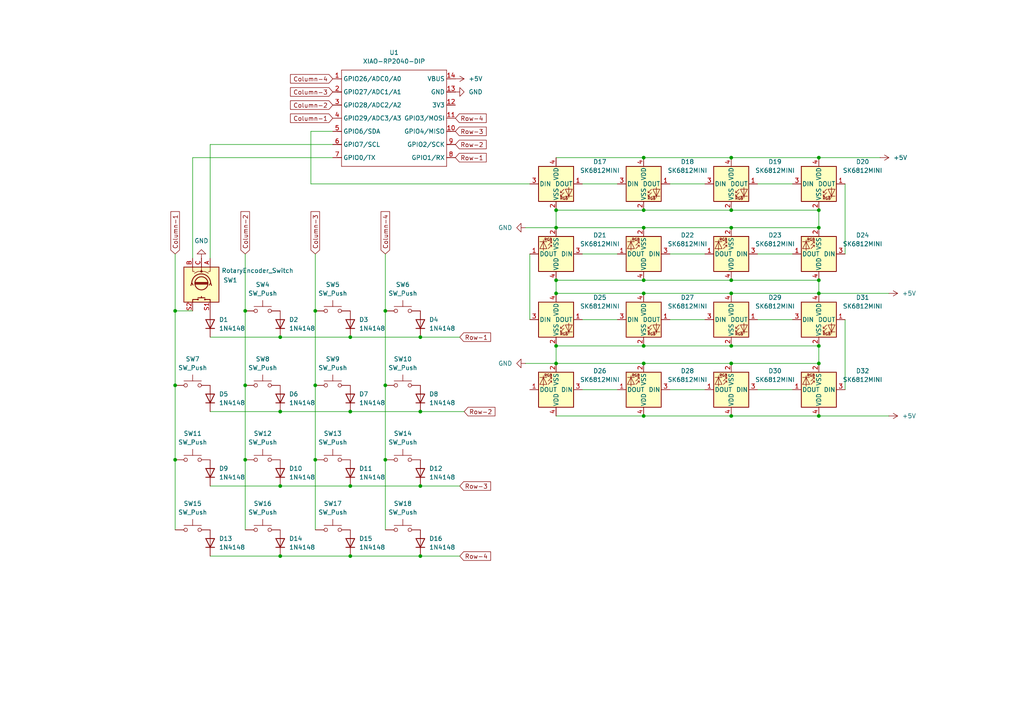
<source format=kicad_sch>
(kicad_sch (version 20250114) (generator "eeschema") (generator_version "9.0")
  (paper "A4")
  (lib_symbols
    (symbol "Device:RotaryEncoder_Switch" (pin_names (offset 0.254) (hide yes))
      (property "Reference" "SW" (at 0 6.604 0))
      (property "Value" "RotaryEncoder_Switch" (at 0 -6.604 0))
      (symbol "RotaryEncoder_Switch_0_1"
        (rectangle (start -5.08 5.08) (end 5.08 -5.08) (stroke (width 0.254)) (fill (type background)))
        (polyline (pts (xy -5.08 2.54) (xy -3.81 2.54) (xy -3.81 2.032)))
        (polyline (pts (xy -5.08 0) (xy -3.81 0) (xy -3.81 -1.016) (xy -3.302 -2.032)))
        (polyline (pts (xy -5.08 -2.54) (xy -3.81 -2.54) (xy -3.81 -2.032)))
        (polyline (pts (xy -4.318 0) (xy -3.81 0) (xy -3.81 1.016) (xy -3.302 2.032)))
        (circle (center -3.81 0) (radius 0.254) (fill (type outline)))
        (polyline (pts (xy -0.635 -1.778) (xy -0.635 1.778)) (stroke (width 0.254)))
        (circle (center -0.381 0) (radius 1.905) (stroke (width 0.254)))
        (polyline (pts (xy -0.381 -1.778) (xy -0.381 1.778)) (stroke (width 0.254)))
        (arc (start -0.381 -2.794) (mid -3.0988 -0.0635) (end -0.381 2.667) (stroke (width 0.254)))
        (polyline (pts (xy -0.127 1.778) (xy -0.127 -1.778)) (stroke (width 0.254)))
        (polyline (pts (xy 0.254 2.921) (xy -0.508 2.667) (xy 0.127 2.286)) (stroke (width 0.254)))
        (polyline (pts (xy 0.254 -3.048) (xy -0.508 -2.794) (xy 0.127 -2.413)) (stroke (width 0.254)))
        (polyline (pts (xy 3.81 1.016) (xy 3.81 -1.016)) (stroke (width 0.254)))
        (polyline (pts (xy 3.81 0) (xy 3.429 0)) (stroke (width 0.254)))
        (circle (center 4.318 1.016) (radius 0.127) (stroke (width 0.254)))
        (circle (center 4.318 -1.016) (radius 0.127) (stroke (width 0.254)))
        (polyline (pts (xy 5.08 2.54) (xy 4.318 2.54) (xy 4.318 1.016)) (stroke (width 0.254)))
        (polyline (pts (xy 5.08 -2.54) (xy 4.318 -2.54) (xy 4.318 -1.016)) (stroke (width 0.254)))
      )
      (symbol "RotaryEncoder_Switch_1_1"
        (pin passive line (at -7.62 2.54 0) (length 2.54) (name "A") (number "A"))
        (pin passive line (at -7.62 0 0) (length 2.54) (name "C") (number "C"))
        (pin passive line (at -7.62 -2.54 0) (length 2.54) (name "B") (number "B"))
        (pin passive line (at 7.62 2.54 180) (length 2.54) (name "S1") (number "S1"))
        (pin passive line (at 7.62 -2.54 180) (length 2.54) (name "S2") (number "S2"))
      )
    )
    (symbol "Diode:1N4148" (pin_numbers (hide yes)) (pin_names (hide yes))
      (property "Reference" "D" (at 0 2.54 0))
      (property "Value" "1N4148" (at 0 -2.54 0))
      (symbol "1N4148_0_1"
        (polyline (pts (xy -1.27 1.27) (xy -1.27 -1.27)) (stroke (width 0.254)))
        (polyline (pts (xy 1.27 1.27) (xy 1.27 -1.27) (xy -1.27 0) (xy 1.27 1.27)) (stroke (width 0.254)))
        (polyline (pts (xy 1.27 0) (xy -1.27 0)))
      )
      (symbol "1N4148_1_1"
        (pin passive line (at -3.81 0 0) (length 2.54) (name "K") (number "1"))
        (pin passive line (at 3.81 0 180) (length 2.54) (name "A") (number "2"))
      )
    )
    (symbol "LED:SK6812MINI" (pin_names (offset 0.254))
      (property "Reference" "D" (at 5.08 5.715 0))
      (property "Value" "SK6812MINI" (at 1.27 -5.715 0))
      (symbol "SK6812MINI_0_0"
        (text "RGB" (at 2.286 -4.191 0) (effects (font (size 0.762 0.762))))
      )
      (symbol "SK6812MINI_0_1"
        (polyline (pts (xy 1.27 -2.54) (xy 1.778 -2.54)))
        (polyline (pts (xy 1.27 -3.556) (xy 1.778 -3.556)))
        (polyline (pts (xy 2.286 -1.524) (xy 1.27 -2.54) (xy 1.27 -2.032)))
        (polyline (pts (xy 2.286 -2.54) (xy 1.27 -3.556) (xy 1.27 -3.048)))
        (polyline (pts (xy 3.683 -1.016) (xy 3.683 -3.556) (xy 3.683 -4.064)))
        (polyline (pts (xy 4.699 -1.524) (xy 2.667 -1.524) (xy 3.683 -3.556) (xy 4.699 -1.524)))
        (polyline (pts (xy 4.699 -3.556) (xy 2.667 -3.556)))
        (rectangle (start 5.08 5.08) (end -5.08 -5.08) (stroke (width 0.254)) (fill (type background)))
      )
      (symbol "SK6812MINI_1_1"
        (pin input line (at -7.62 0 0) (length 2.54) (name "DIN") (number "3"))
        (pin power_in line (at 0 7.62 270) (length 2.54) (name "VDD") (number "4"))
        (pin power_in line (at 0 -7.62 90) (length 2.54) (name "VSS") (number "2"))
        (pin output line (at 7.62 0 180) (length 2.54) (name "DOUT") (number "1"))
      )
    )
    (symbol "OPL:XIAO-RP2040-DIP"
      (property "Reference" "U" (at 0 0 0))
      (property "Value" "XIAO-RP2040-DIP" (at 5.334 -1.778 0))
      (symbol "XIAO-RP2040-DIP_1_0"
        (polyline (pts (xy -1.27 -2.54) (xy 29.21 -2.54)) (stroke (width 0.1524)))
        (polyline (pts (xy -1.27 -5.08) (xy -2.54 -5.08)) (stroke (width 0.1524)))
        (polyline (pts (xy -1.27 -5.08) (xy -1.27 -2.54)) (stroke (width 0.1524)))
        (polyline (pts (xy -1.27 -8.89) (xy -2.54 -8.89)) (stroke (width 0.1524)))
        (polyline (pts (xy -1.27 -8.89) (xy -1.27 -5.08)) (stroke (width 0.1524)))
        (polyline (pts (xy -1.27 -12.7) (xy -2.54 -12.7)) (stroke (width 0.1524)))
        (polyline (pts (xy -1.27 -12.7) (xy -1.27 -8.89)) (stroke (width 0.1524)))
        (polyline (pts (xy -1.27 -16.51) (xy -2.54 -16.51)) (stroke (width 0.1524)))
        (polyline (pts (xy -1.27 -16.51) (xy -1.27 -12.7)) (stroke (width 0.1524)))
        (polyline (pts (xy -1.27 -20.32) (xy -2.54 -20.32)) (stroke (width 0.1524)))
        (polyline (pts (xy -1.27 -24.13) (xy -2.54 -24.13)) (stroke (width 0.1524)))
        (polyline (pts (xy -1.27 -27.94) (xy -2.54 -27.94)) (stroke (width 0.1524)))
        (polyline (pts (xy -1.27 -30.48) (xy -1.27 -16.51)) (stroke (width 0.1524)))
        (polyline (pts (xy 29.21 -2.54) (xy 29.21 -5.08)) (stroke (width 0.1524)))
        (polyline (pts (xy 29.21 -5.08) (xy 29.21 -8.89)) (stroke (width 0.1524)))
        (polyline (pts (xy 29.21 -8.89) (xy 29.21 -12.7)) (stroke (width 0.1524)))
        (polyline (pts (xy 29.21 -12.7) (xy 29.21 -30.48)) (stroke (width 0.1524)))
        (polyline (pts (xy 29.21 -30.48) (xy -1.27 -30.48)) (stroke (width 0.1524)))
        (polyline (pts (xy 30.48 -5.08) (xy 29.21 -5.08)) (stroke (width 0.1524)))
        (polyline (pts (xy 30.48 -8.89) (xy 29.21 -8.89)) (stroke (width 0.1524)))
        (polyline (pts (xy 30.48 -12.7) (xy 29.21 -12.7)) (stroke (width 0.1524)))
        (polyline (pts (xy 30.48 -16.51) (xy 29.21 -16.51)) (stroke (width 0.1524)))
        (polyline (pts (xy 30.48 -20.32) (xy 29.21 -20.32)) (stroke (width 0.1524)))
        (polyline (pts (xy 30.48 -24.13) (xy 29.21 -24.13)) (stroke (width 0.1524)))
        (polyline (pts (xy 30.48 -27.94) (xy 29.21 -27.94)) (stroke (width 0.1524)))
        (pin passive line (at -3.81 -5.08 0) (length 2.54) (name "GPIO26/ADC0/A0") (number "1"))
        (pin passive line (at -3.81 -8.89 0) (length 2.54) (name "GPIO27/ADC1/A1") (number "2"))
        (pin passive line (at -3.81 -12.7 0) (length 2.54) (name "GPIO28/ADC2/A2") (number "3"))
        (pin passive line (at -3.81 -16.51 0) (length 2.54) (name "GPIO29/ADC3/A3") (number "4"))
        (pin passive line (at -3.81 -20.32 0) (length 2.54) (name "GPIO6/SDA") (number "5"))
        (pin passive line (at -3.81 -24.13 0) (length 2.54) (name "GPIO7/SCL") (number "6"))
        (pin passive line (at -3.81 -27.94 0) (length 2.54) (name "GPIO0/TX") (number "7"))
        (pin passive line (at 31.75 -5.08 180) (length 2.54) (name "VBUS") (number "14"))
        (pin passive line (at 31.75 -8.89 180) (length 2.54) (name "GND") (number "13"))
        (pin passive line (at 31.75 -12.7 180) (length 2.54) (name "3V3") (number "12"))
        (pin passive line (at 31.75 -16.51 180) (length 2.54) (name "GPIO3/MOSI") (number "11"))
        (pin passive line (at 31.75 -20.32 180) (length 2.54) (name "GPIO4/MISO") (number "10"))
        (pin passive line (at 31.75 -24.13 180) (length 2.54) (name "GPIO2/SCK") (number "9"))
        (pin passive line (at 31.75 -27.94 180) (length 2.54) (name "GPIO1/RX") (number "8"))
      )
    )
    (symbol "Switch:SW_Push" (pin_numbers (hide yes)) (pin_names (offset 1.016) (hide yes))
      (property "Reference" "SW" (at 1.27 2.54 0))
      (property "Value" "SW_Push" (at 0 -1.524 0))
      (symbol "SW_Push_0_1"
        (circle (center -2.032 0) (radius 0.508))
        (polyline (pts (xy 0 1.27) (xy 0 3.048)))
        (circle (center 2.032 0) (radius 0.508))
        (polyline (pts (xy 2.54 1.27) (xy -2.54 1.27)))
        (pin passive line (at -5.08 0 0) (length 2.54) (name "1") (number "1"))
        (pin passive line (at 5.08 0 180) (length 2.54) (name "2") (number "2"))
      )
    )
    (symbol "power:+5V" (power) (pin_numbers (hide yes)) (pin_names (offset 0) (hide yes))
      (property "Value" "+5V" (at 0 3.556 0))
      (symbol "+5V_0_1"
        (polyline (pts (xy -0.762 1.27) (xy 0 2.54)))
        (polyline (pts (xy 0 2.54) (xy 0.762 1.27)))
        (polyline (pts (xy 0 0) (xy 0 2.54)))
      )
      (symbol "+5V_1_1"
        (pin power_in line (at 0 0 90) (length 0) (name "~") (number "1"))
      )
    )
    (symbol "power:GND" (power) (pin_numbers (hide yes)) (pin_names (offset 0) (hide yes))
      (property "Value" "GND" (at 0 -3.81 0))
      (symbol "GND_0_1"
        (polyline (pts (xy 0 0) (xy 0 -1.27) (xy 1.27 -1.27) (xy 0 -2.54) (xy -1.27 -1.27) (xy 0 -1.27)))
      )
      (symbol "GND_1_1"
        (pin power_in line (at 0 0 270) (length 0) (name "~") (number "1"))
      )
    )
  )
  (junction (at 186.69 105.41))
  (junction (at 161.29 105.41))
  (junction (at 101.6 161.29))
  (junction (at 212.09 120.65))
  (junction (at 212.09 85.09))
  (junction (at 186.69 45.72))
  (junction (at 186.69 85.09))
  (junction (at 91.44 90.17))
  (junction (at 50.8 90.17))
  (junction (at 161.29 81.28))
  (junction (at 71.12 90.17))
  (junction (at 81.28 161.29))
  (junction (at 161.29 60.96))
  (junction (at 161.29 85.09))
  (junction (at 111.76 133.35))
  (junction (at 121.92 140.97))
  (junction (at 237.49 105.41))
  (junction (at 101.6 119.38))
  (junction (at 186.69 120.65))
  (junction (at 111.76 111.76))
  (junction (at 237.49 60.96))
  (junction (at 111.76 90.17))
  (junction (at 237.49 81.28))
  (junction (at 81.28 119.38))
  (junction (at 121.92 97.79))
  (junction (at 161.29 100.33))
  (junction (at 186.69 60.96))
  (junction (at 101.6 97.79))
  (junction (at 71.12 133.35))
  (junction (at 212.09 60.96))
  (junction (at 186.69 66.04))
  (junction (at 212.09 105.41))
  (junction (at 237.49 66.04))
  (junction (at 212.09 66.04))
  (junction (at 212.09 100.33))
  (junction (at 161.29 66.04))
  (junction (at 81.28 140.97))
  (junction (at 71.12 111.76))
  (junction (at 186.69 81.28))
  (junction (at 186.69 100.33))
  (junction (at 101.6 140.97))
  (junction (at 237.49 100.33))
  (junction (at 237.49 120.65))
  (junction (at 121.92 161.29))
  (junction (at 81.28 97.79))
  (junction (at 212.09 45.72))
  (junction (at 237.49 85.09))
  (junction (at 121.92 119.38))
  (junction (at 237.49 45.72))
  (junction (at 50.8 133.35))
  (junction (at 91.44 111.76))
  (junction (at 91.44 133.35))
  (junction (at 50.8 111.76))
  (junction (at 212.09 81.28))
  (wire (pts (xy 161.29 45.72) (xy 186.69 45.72)))
  (wire (pts (xy 237.49 120.65) (xy 257.81 120.65)))
  (wire (pts (xy 111.76 133.35) (xy 111.76 153.67)))
  (wire (pts (xy 161.29 100.33) (xy 161.29 105.41)))
  (wire (pts (xy 91.44 73.66) (xy 91.44 90.17)))
  (wire (pts (xy 71.12 90.17) (xy 71.12 111.76)))
  (wire (pts (xy 50.8 73.66) (xy 50.8 90.17)))
  (wire (pts (xy 60.96 161.29) (xy 81.28 161.29)))
  (wire (pts (xy 60.96 41.91) (xy 60.96 74.93)))
  (wire (pts (xy 212.09 85.09) (xy 237.49 85.09)))
  (wire (pts (xy 168.91 53.34) (xy 179.07 53.34)))
  (wire (pts (xy 111.76 90.17) (xy 111.76 111.76)))
  (wire (pts (xy 219.71 53.34) (xy 229.87 53.34)))
  (wire (pts (xy 60.96 41.91) (xy 96.52 41.91)))
  (wire (pts (xy 212.09 66.04) (xy 237.49 66.04)))
  (wire (pts (xy 121.92 119.38) (xy 134.62 119.38)))
  (wire (pts (xy 81.28 140.97) (xy 101.6 140.97)))
  (wire (pts (xy 161.29 81.28) (xy 186.69 81.28)))
  (wire (pts (xy 212.09 105.41) (xy 237.49 105.41)))
  (wire (pts (xy 186.69 45.72) (xy 212.09 45.72)))
  (wire (pts (xy 121.92 97.79) (xy 133.35 97.79)))
  (wire (pts (xy 212.09 60.96) (xy 237.49 60.96)))
  (wire (pts (xy 90.17 38.1) (xy 96.52 38.1)))
  (wire (pts (xy 50.8 111.76) (xy 50.8 133.35)))
  (wire (pts (xy 161.29 120.65) (xy 186.69 120.65)))
  (wire (pts (xy 212.09 81.28) (xy 237.49 81.28)))
  (wire (pts (xy 55.88 74.93) (xy 55.88 45.72)))
  (wire (pts (xy 237.49 60.96) (xy 237.49 66.04)))
  (wire (pts (xy 101.6 161.29) (xy 121.92 161.29)))
  (wire (pts (xy 219.71 92.71) (xy 229.87 92.71)))
  (wire (pts (xy 81.28 161.29) (xy 101.6 161.29)))
  (wire (pts (xy 81.28 97.79) (xy 101.6 97.79)))
  (wire (pts (xy 91.44 111.76) (xy 91.44 133.35)))
  (wire (pts (xy 153.67 53.34) (xy 90.17 53.34)))
  (wire (pts (xy 161.29 60.96) (xy 161.29 66.04)))
  (wire (pts (xy 153.67 73.66) (xy 153.67 92.71)))
  (wire (pts (xy 91.44 90.17) (xy 91.44 111.76)))
  (wire (pts (xy 50.8 90.17) (xy 55.88 90.17)))
  (wire (pts (xy 121.92 161.29) (xy 133.35 161.29)))
  (wire (pts (xy 101.6 97.79) (xy 121.92 97.79)))
  (wire (pts (xy 179.07 113.03) (xy 168.91 113.03)))
  (wire (pts (xy 111.76 111.76) (xy 111.76 133.35)))
  (wire (pts (xy 237.49 81.28) (xy 237.49 85.09)))
  (wire (pts (xy 101.6 140.97) (xy 121.92 140.97)))
  (wire (pts (xy 111.76 73.66) (xy 111.76 90.17)))
  (wire (pts (xy 161.29 85.09) (xy 186.69 85.09)))
  (wire (pts (xy 90.17 53.34) (xy 90.17 38.1)))
  (wire (pts (xy 71.12 111.76) (xy 71.12 133.35)))
  (wire (pts (xy 121.92 140.97) (xy 133.35 140.97)))
  (wire (pts (xy 219.71 113.03) (xy 229.87 113.03)))
  (wire (pts (xy 186.69 120.65) (xy 212.09 120.65)))
  (wire (pts (xy 245.11 92.71) (xy 245.11 113.03)))
  (wire (pts (xy 91.44 133.35) (xy 91.44 153.67)))
  (wire (pts (xy 194.31 92.71) (xy 204.47 92.71)))
  (wire (pts (xy 60.96 140.97) (xy 81.28 140.97)))
  (wire (pts (xy 186.69 85.09) (xy 212.09 85.09)))
  (wire (pts (xy 161.29 66.04) (xy 186.69 66.04)))
  (wire (pts (xy 161.29 100.33) (xy 186.69 100.33)))
  (wire (pts (xy 161.29 81.28) (xy 161.29 85.09)))
  (wire (pts (xy 186.69 66.04) (xy 212.09 66.04)))
  (wire (pts (xy 152.4 66.04) (xy 161.29 66.04)))
  (wire (pts (xy 81.28 119.38) (xy 101.6 119.38)))
  (wire (pts (xy 186.69 100.33) (xy 212.09 100.33)))
  (wire (pts (xy 212.09 100.33) (xy 237.49 100.33)))
  (wire (pts (xy 237.49 100.33) (xy 237.49 105.41)))
  (wire (pts (xy 212.09 120.65) (xy 237.49 120.65)))
  (wire (pts (xy 55.88 45.72) (xy 96.52 45.72)))
  (wire (pts (xy 204.47 113.03) (xy 194.31 113.03)))
  (wire (pts (xy 101.6 119.38) (xy 121.92 119.38)))
  (wire (pts (xy 50.8 133.35) (xy 50.8 153.67)))
  (wire (pts (xy 60.96 119.38) (xy 81.28 119.38)))
  (wire (pts (xy 237.49 45.72) (xy 255.27 45.72)))
  (wire (pts (xy 60.96 97.79) (xy 81.28 97.79)))
  (wire (pts (xy 161.29 60.96) (xy 186.69 60.96)))
  (wire (pts (xy 237.49 85.09) (xy 257.81 85.09)))
  (wire (pts (xy 161.29 105.41) (xy 186.69 105.41)))
  (wire (pts (xy 219.71 73.66) (xy 229.87 73.66)))
  (wire (pts (xy 71.12 133.35) (xy 71.12 153.67)))
  (wire (pts (xy 194.31 73.66) (xy 204.47 73.66)))
  (wire (pts (xy 194.31 53.34) (xy 204.47 53.34)))
  (wire (pts (xy 212.09 45.72) (xy 237.49 45.72)))
  (wire (pts (xy 245.11 53.34) (xy 245.11 73.66)))
  (wire (pts (xy 71.12 73.66) (xy 71.12 90.17)))
  (wire (pts (xy 152.4 105.41) (xy 161.29 105.41)))
  (wire (pts (xy 186.69 60.96) (xy 212.09 60.96)))
  (wire (pts (xy 50.8 90.17) (xy 50.8 111.76)))
  (wire (pts (xy 179.07 73.66) (xy 168.91 73.66)))
  (wire (pts (xy 168.91 92.71) (xy 179.07 92.71)))
  (wire (pts (xy 186.69 105.41) (xy 212.09 105.41)))
  (wire (pts (xy 186.69 81.28) (xy 212.09 81.28)))
  (global_label "Row-2" (shape input) (at 132.08 41.91 0) (property "Intersheetrefs" "${INTERSHEET_REFS}" (effects (hide yes))))
  (global_label "Column-4" (shape input) (at 111.76 73.66 90) (property "Intersheetrefs" "${INTERSHEET_REFS}" (effects (hide yes))))
  (global_label "Column-4" (shape input) (at 96.52 22.86 180) (property "Intersheetrefs" "${INTERSHEET_REFS}" (effects (hide yes))))
  (global_label "Row-2" (shape input) (at 134.62 119.38 0) (property "Intersheetrefs" "${INTERSHEET_REFS}" (effects (hide yes))))
  (global_label "Column-1" (shape input) (at 50.8 73.66 90) (property "Intersheetrefs" "${INTERSHEET_REFS}" (effects (hide yes))))
  (global_label "Row-3" (shape input) (at 132.08 38.1 0) (property "Intersheetrefs" "${INTERSHEET_REFS}" (effects (hide yes))))
  (global_label "Row-4" (shape input) (at 132.08 34.29 0) (property "Intersheetrefs" "${INTERSHEET_REFS}" (effects (hide yes))))
  (global_label "Row-4" (shape input) (at 133.35 161.29 0) (property "Intersheetrefs" "${INTERSHEET_REFS}" (effects (hide yes))))
  (global_label "Column-1" (shape input) (at 96.52 34.29 180) (property "Intersheetrefs" "${INTERSHEET_REFS}" (effects (hide yes))))
  (global_label "Row-1" (shape input) (at 132.08 45.72 0) (property "Intersheetrefs" "${INTERSHEET_REFS}" (effects (hide yes))))
  (global_label "Column-3" (shape input) (at 96.52 26.67 180) (property "Intersheetrefs" "${INTERSHEET_REFS}" (effects (hide yes))))
  (global_label "Column-3" (shape input) (at 91.44 73.66 90) (property "Intersheetrefs" "${INTERSHEET_REFS}" (effects (hide yes))))
  (global_label "Row-3" (shape input) (at 133.35 140.97 0) (property "Intersheetrefs" "${INTERSHEET_REFS}" (effects (hide yes))))
  (global_label "Column-2" (shape input) (at 71.12 73.66 90) (property "Intersheetrefs" "${INTERSHEET_REFS}" (effects (hide yes))))
  (global_label "Row-1" (shape input) (at 133.35 97.79 0) (property "Intersheetrefs" "${INTERSHEET_REFS}" (effects (hide yes))))
  (global_label "Column-2" (shape input) (at 96.52 30.48 180) (property "Intersheetrefs" "${INTERSHEET_REFS}" (effects (hide yes))))
  (symbol (lib_id "power:+5V") (at 132.08 22.86 270) (unit 1)
    (property "Reference" "#PWR03" (effects (hide yes)))
    (property "Value" "+5V" (at 135.89 22.8599 90) (effects (justify left)))
    (property "Description" "Power symbol creates a global label with name \"+5V\"" (effects (hide yes)))
  )
  (symbol (lib_id "Switch:SW_Push") (at 76.2 133.35 0) (unit 1)
    (property "Reference" "SW12" (at 76.2 125.73 0))
    (property "Value" "SW_Push" (at 76.2 128.27 0))
    (property "Footprint" "Button_Switch_Keyboard:SW_Cherry_MX_1.00u_PCB" (effects (hide yes)))
    (property "Description" "Push button switch, generic, two pins" (effects (hide yes)))
  )
  (symbol (lib_id "Switch:SW_Push") (at 55.88 111.76 0) (unit 1)
    (property "Reference" "SW7" (at 55.88 104.14 0))
    (property "Value" "SW_Push" (at 55.88 106.68 0))
    (property "Footprint" "Button_Switch_Keyboard:SW_Cherry_MX_1.00u_PCB" (effects (hide yes)))
    (property "Description" "Push button switch, generic, two pins" (effects (hide yes)))
  )
  (symbol (lib_id "LED:SK6812MINI") (at 161.29 73.66 180) (unit 1)
    (property "Reference" "D21" (at 173.99 68.2146 0))
    (property "Value" "SK6812MINI" (at 173.99 70.7546 0))
    (property "Footprint" "Extra:SK6812-MINI-E" (effects (hide yes)))
    (property "Datasheet" "https://cdn-shop.adafruit.com/product-files/2686/SK6812MINI_REV.01-1-2.pdf" (effects (hide yes)))
    (property "Description" "RGB LED with integrated controller" (effects (hide yes)))
  )
  (symbol (lib_id "LED:SK6812MINI") (at 161.29 92.71 0) (unit 1)
    (property "Reference" "D25" (at 173.99 86.2898 0))
    (property "Value" "SK6812MINI" (at 173.99 88.8298 0))
    (property "Footprint" "Extra:SK6812-MINI-E" (effects (hide yes)))
    (property "Datasheet" "https://cdn-shop.adafruit.com/product-files/2686/SK6812MINI_REV.01-1-2.pdf" (effects (hide yes)))
    (property "Description" "RGB LED with integrated controller" (effects (hide yes)))
  )
  (symbol (lib_id "Diode:1N4148") (at 121.92 115.57 90) (unit 1)
    (property "Reference" "D8" (at 124.46 114.2999 90) (effects (justify right)))
    (property "Value" "1N4148" (at 124.46 116.8399 90) (effects (justify right)))
    (property "Footprint" "Diode_THT:D_DO-35_SOD27_P7.62mm_Horizontal" (effects (hide yes)))
    (property "Datasheet" "https://assets.nexperia.com/documents/data-sheet/1N4148_1N4448.pdf" (effects (hide yes)))
    (property "Description" "100V 0.15A standard switching diode, DO-35" (effects (hide yes)))
    (property "Sim.Device" "D" (effects (hide yes)))
    (property "Sim.Pins" "1=K 2=A" (effects (hide yes)))
  )
  (symbol (lib_id "Switch:SW_Push") (at 96.52 133.35 0) (unit 1)
    (property "Reference" "SW13" (at 96.52 125.73 0))
    (property "Value" "SW_Push" (at 96.52 128.27 0))
    (property "Footprint" "Button_Switch_Keyboard:SW_Cherry_MX_1.00u_PCB" (effects (hide yes)))
    (property "Description" "Push button switch, generic, two pins" (effects (hide yes)))
  )
  (symbol (lib_id "Diode:1N4148") (at 121.92 137.16 90) (unit 1)
    (property "Reference" "D12" (at 124.46 135.8899 90) (effects (justify right)))
    (property "Value" "1N4148" (at 124.46 138.4299 90) (effects (justify right)))
    (property "Footprint" "Diode_THT:D_DO-35_SOD27_P7.62mm_Horizontal" (effects (hide yes)))
    (property "Datasheet" "https://assets.nexperia.com/documents/data-sheet/1N4148_1N4448.pdf" (effects (hide yes)))
    (property "Description" "100V 0.15A standard switching diode, DO-35" (effects (hide yes)))
    (property "Sim.Device" "D" (effects (hide yes)))
    (property "Sim.Pins" "1=K 2=A" (effects (hide yes)))
  )
  (symbol (lib_id "LED:SK6812MINI") (at 186.69 113.03 180) (unit 1)
    (property "Reference" "D28" (at 199.39 107.5846 0))
    (property "Value" "SK6812MINI" (at 199.39 110.1246 0))
    (property "Footprint" "Extra:SK6812-MINI-E" (effects (hide yes)))
    (property "Datasheet" "https://cdn-shop.adafruit.com/product-files/2686/SK6812MINI_REV.01-1-2.pdf" (effects (hide yes)))
    (property "Description" "RGB LED with integrated controller" (effects (hide yes)))
  )
  (symbol (lib_id "power:GND") (at 152.4 105.41 270) (unit 1)
    (property "Reference" "#PWR05" (effects (hide yes)))
    (property "Value" "GND" (at 148.59 105.4099 90) (effects (justify right)))
    (property "Description" "Power symbol creates a global label with name \"GND\" , ground" (effects (hide yes)))
  )
  (symbol (lib_id "Device:RotaryEncoder_Switch") (at 58.42 82.55 270) (unit 1)
    (property "Reference" "SW1" (at 64.77 81.2799 90) (effects (justify left)))
    (property "Value" "RotaryEncoder_Switch" (at 64.262 78.486 90) (effects (justify left)))
    (property "Footprint" "Extra:RotaryEncoder_Alps_EC11E-Switch_Vertical_H20mm" (effects (hide yes)))
    (property "Description" "Rotary encoder, dual channel, incremental quadrate outputs, with switch" (effects (hide yes)))
  )
  (symbol (lib_id "Switch:SW_Push") (at 96.52 111.76 0) (unit 1)
    (property "Reference" "SW9" (at 96.52 104.14 0))
    (property "Value" "SW_Push" (at 96.52 106.68 0))
    (property "Footprint" "Button_Switch_Keyboard:SW_Cherry_MX_1.00u_PCB" (effects (hide yes)))
    (property "Description" "Push button switch, generic, two pins" (effects (hide yes)))
  )
  (symbol (lib_id "Diode:1N4148") (at 101.6 137.16 90) (unit 1)
    (property "Reference" "D11" (at 104.14 135.8899 90) (effects (justify right)))
    (property "Value" "1N4148" (at 104.14 138.4299 90) (effects (justify right)))
    (property "Footprint" "Diode_THT:D_DO-35_SOD27_P7.62mm_Horizontal" (effects (hide yes)))
    (property "Datasheet" "https://assets.nexperia.com/documents/data-sheet/1N4148_1N4448.pdf" (effects (hide yes)))
    (property "Description" "100V 0.15A standard switching diode, DO-35" (effects (hide yes)))
    (property "Sim.Device" "D" (effects (hide yes)))
    (property "Sim.Pins" "1=K 2=A" (effects (hide yes)))
  )
  (symbol (lib_id "Switch:SW_Push") (at 55.88 133.35 0) (unit 1)
    (property "Reference" "SW11" (at 55.88 125.73 0))
    (property "Value" "SW_Push" (at 55.88 128.27 0))
    (property "Footprint" "Button_Switch_Keyboard:SW_Cherry_MX_1.00u_PCB" (effects (hide yes)))
    (property "Description" "Push button switch, generic, two pins" (effects (hide yes)))
  )
  (symbol (lib_id "LED:SK6812MINI") (at 237.49 73.66 180) (unit 1)
    (property "Reference" "D24" (at 250.19 68.2146 0))
    (property "Value" "SK6812MINI" (at 250.19 70.7546 0))
    (property "Footprint" "Extra:SK6812-MINI-E" (effects (hide yes)))
    (property "Datasheet" "https://cdn-shop.adafruit.com/product-files/2686/SK6812MINI_REV.01-1-2.pdf" (effects (hide yes)))
    (property "Description" "RGB LED with integrated controller" (effects (hide yes)))
  )
  (symbol (lib_id "Diode:1N4148") (at 101.6 115.57 90) (unit 1)
    (property "Reference" "D7" (at 104.14 114.2999 90) (effects (justify right)))
    (property "Value" "1N4148" (at 104.14 116.8399 90) (effects (justify right)))
    (property "Footprint" "Diode_THT:D_DO-35_SOD27_P7.62mm_Horizontal" (effects (hide yes)))
    (property "Datasheet" "https://assets.nexperia.com/documents/data-sheet/1N4148_1N4448.pdf" (effects (hide yes)))
    (property "Description" "100V 0.15A standard switching diode, DO-35" (effects (hide yes)))
    (property "Sim.Device" "D" (effects (hide yes)))
    (property "Sim.Pins" "1=K 2=A" (effects (hide yes)))
  )
  (symbol (lib_id "Diode:1N4148") (at 81.28 93.98 90) (unit 1)
    (property "Reference" "D2" (at 83.82 92.7099 90) (effects (justify right)))
    (property "Value" "1N4148" (at 83.82 95.2499 90) (effects (justify right)))
    (property "Footprint" "Diode_THT:D_DO-35_SOD27_P7.62mm_Horizontal" (effects (hide yes)))
    (property "Datasheet" "https://assets.nexperia.com/documents/data-sheet/1N4148_1N4448.pdf" (effects (hide yes)))
    (property "Description" "100V 0.15A standard switching diode, DO-35" (effects (hide yes)))
    (property "Sim.Device" "D" (effects (hide yes)))
    (property "Sim.Pins" "1=K 2=A" (effects (hide yes)))
  )
  (symbol (lib_id "Switch:SW_Push") (at 116.84 111.76 0) (unit 1)
    (property "Reference" "SW10" (at 116.84 104.14 0))
    (property "Value" "SW_Push" (at 116.84 106.68 0))
    (property "Footprint" "Button_Switch_Keyboard:SW_Cherry_MX_1.00u_PCB" (effects (hide yes)))
    (property "Description" "Push button switch, generic, two pins" (effects (hide yes)))
  )
  (symbol (lib_id "LED:SK6812MINI") (at 212.09 113.03 180) (unit 1)
    (property "Reference" "D30" (at 224.79 107.5846 0))
    (property "Value" "SK6812MINI" (at 224.79 110.1246 0))
    (property "Footprint" "Extra:SK6812-MINI-E" (effects (hide yes)))
    (property "Datasheet" "https://cdn-shop.adafruit.com/product-files/2686/SK6812MINI_REV.01-1-2.pdf" (effects (hide yes)))
    (property "Description" "RGB LED with integrated controller" (effects (hide yes)))
  )
  (symbol (lib_id "Diode:1N4148") (at 121.92 93.98 90) (unit 1)
    (property "Reference" "D4" (at 124.46 92.7099 90) (effects (justify right)))
    (property "Value" "1N4148" (at 124.46 95.2499 90) (effects (justify right)))
    (property "Footprint" "Diode_THT:D_DO-35_SOD27_P7.62mm_Horizontal" (effects (hide yes)))
    (property "Datasheet" "https://assets.nexperia.com/documents/data-sheet/1N4148_1N4448.pdf" (effects (hide yes)))
    (property "Description" "100V 0.15A standard switching diode, DO-35" (effects (hide yes)))
    (property "Sim.Device" "D" (effects (hide yes)))
    (property "Sim.Pins" "1=K 2=A" (effects (hide yes)))
  )
  (symbol (lib_id "Diode:1N4148") (at 121.92 157.48 90) (unit 1)
    (property "Reference" "D16" (at 124.46 156.2099 90) (effects (justify right)))
    (property "Value" "1N4148" (at 124.46 158.7499 90) (effects (justify right)))
    (property "Footprint" "Diode_THT:D_DO-35_SOD27_P7.62mm_Horizontal" (effects (hide yes)))
    (property "Datasheet" "https://assets.nexperia.com/documents/data-sheet/1N4148_1N4448.pdf" (effects (hide yes)))
    (property "Description" "100V 0.15A standard switching diode, DO-35" (effects (hide yes)))
    (property "Sim.Device" "D" (effects (hide yes)))
    (property "Sim.Pins" "1=K 2=A" (effects (hide yes)))
  )
  (symbol (lib_id "LED:SK6812MINI") (at 212.09 92.71 0) (unit 1)
    (property "Reference" "D29" (at 224.79 86.2898 0))
    (property "Value" "SK6812MINI" (at 224.79 88.8298 0))
    (property "Footprint" "Extra:SK6812-MINI-E" (effects (hide yes)))
    (property "Datasheet" "https://cdn-shop.adafruit.com/product-files/2686/SK6812MINI_REV.01-1-2.pdf" (effects (hide yes)))
    (property "Description" "RGB LED with integrated controller" (effects (hide yes)))
  )
  (symbol (lib_id "LED:SK6812MINI") (at 186.69 92.71 0) (unit 1)
    (property "Reference" "D27" (at 199.39 86.2898 0))
    (property "Value" "SK6812MINI" (at 199.39 88.8298 0))
    (property "Footprint" "Extra:SK6812-MINI-E" (effects (hide yes)))
    (property "Datasheet" "https://cdn-shop.adafruit.com/product-files/2686/SK6812MINI_REV.01-1-2.pdf" (effects (hide yes)))
    (property "Description" "RGB LED with integrated controller" (effects (hide yes)))
  )
  (symbol (lib_id "power:+5V") (at 257.81 85.09 270) (unit 1)
    (property "Reference" "#PWR07" (effects (hide yes)))
    (property "Value" "+5V" (at 261.62 85.0899 90) (effects (justify left)))
    (property "Description" "Power symbol creates a global label with name \"+5V\"" (effects (hide yes)))
  )
  (symbol (lib_id "Diode:1N4148") (at 60.96 137.16 90) (unit 1)
    (property "Reference" "D9" (at 63.5 135.8899 90) (effects (justify right)))
    (property "Value" "1N4148" (at 63.5 138.4299 90) (effects (justify right)))
    (property "Footprint" "Diode_THT:D_DO-35_SOD27_P7.62mm_Horizontal" (effects (hide yes)))
    (property "Datasheet" "https://assets.nexperia.com/documents/data-sheet/1N4148_1N4448.pdf" (effects (hide yes)))
    (property "Description" "100V 0.15A standard switching diode, DO-35" (effects (hide yes)))
    (property "Sim.Device" "D" (effects (hide yes)))
    (property "Sim.Pins" "1=K 2=A" (effects (hide yes)))
  )
  (symbol (lib_id "Switch:SW_Push") (at 76.2 90.17 0) (unit 1)
    (property "Reference" "SW4" (at 76.2 82.55 0))
    (property "Value" "SW_Push" (at 76.2 85.09 0))
    (property "Footprint" "Button_Switch_Keyboard:SW_Cherry_MX_1.00u_PCB" (effects (hide yes)))
    (property "Description" "Push button switch, generic, two pins" (effects (hide yes)))
  )
  (symbol (lib_id "LED:SK6812MINI") (at 186.69 53.34 0) (unit 1)
    (property "Reference" "D18" (at 199.39 46.9198 0))
    (property "Value" "SK6812MINI" (at 199.39 49.4598 0))
    (property "Footprint" "Extra:SK6812-MINI-E" (effects (hide yes)))
    (property "Datasheet" "https://cdn-shop.adafruit.com/product-files/2686/SK6812MINI_REV.01-1-2.pdf" (effects (hide yes)))
    (property "Description" "RGB LED with integrated controller" (effects (hide yes)))
  )
  (symbol (lib_id "Diode:1N4148") (at 81.28 115.57 90) (unit 1)
    (property "Reference" "D6" (at 83.82 114.2999 90) (effects (justify right)))
    (property "Value" "1N4148" (at 83.82 116.8399 90) (effects (justify right)))
    (property "Footprint" "Diode_THT:D_DO-35_SOD27_P7.62mm_Horizontal" (effects (hide yes)))
    (property "Datasheet" "https://assets.nexperia.com/documents/data-sheet/1N4148_1N4448.pdf" (effects (hide yes)))
    (property "Description" "100V 0.15A standard switching diode, DO-35" (effects (hide yes)))
    (property "Sim.Device" "D" (effects (hide yes)))
    (property "Sim.Pins" "1=K 2=A" (effects (hide yes)))
  )
  (symbol (lib_id "Switch:SW_Push") (at 116.84 90.17 0) (unit 1)
    (property "Reference" "SW6" (at 116.84 82.55 0))
    (property "Value" "SW_Push" (at 116.84 85.09 0))
    (property "Footprint" "Button_Switch_Keyboard:SW_Cherry_MX_1.00u_PCB" (effects (hide yes)))
    (property "Description" "Push button switch, generic, two pins" (effects (hide yes)))
  )
  (symbol (lib_id "OPL:XIAO-RP2040-DIP") (at 100.33 17.78 0) (unit 1)
    (property "Reference" "U1" (at 114.3 15.24 0))
    (property "Value" "XIAO-RP2040-DIP" (at 114.3 17.78 0))
    (property "Footprint" "OPL:XIAO-RP2040-DIP" (effects (hide yes)))
  )
  (symbol (lib_id "Switch:SW_Push") (at 96.52 153.67 0) (unit 1)
    (property "Reference" "SW17" (at 96.52 146.05 0))
    (property "Value" "SW_Push" (at 96.52 148.59 0))
    (property "Footprint" "Button_Switch_Keyboard:SW_Cherry_MX_1.00u_PCB" (effects (hide yes)))
    (property "Description" "Push button switch, generic, two pins" (effects (hide yes)))
  )
  (symbol (lib_id "LED:SK6812MINI") (at 212.09 53.34 0) (unit 1)
    (property "Reference" "D19" (at 224.79 46.9198 0))
    (property "Value" "SK6812MINI" (at 224.79 49.4598 0))
    (property "Footprint" "Extra:SK6812-MINI-E" (effects (hide yes)))
    (property "Datasheet" "https://cdn-shop.adafruit.com/product-files/2686/SK6812MINI_REV.01-1-2.pdf" (effects (hide yes)))
    (property "Description" "RGB LED with integrated controller" (effects (hide yes)))
  )
  (symbol (lib_id "Switch:SW_Push") (at 116.84 133.35 0) (unit 1)
    (property "Reference" "SW14" (at 116.84 125.73 0))
    (property "Value" "SW_Push" (at 116.84 128.27 0))
    (property "Footprint" "Button_Switch_Keyboard:SW_Cherry_MX_1.00u_PCB" (effects (hide yes)))
    (property "Description" "Push button switch, generic, two pins" (effects (hide yes)))
  )
  (symbol (lib_id "Diode:1N4148") (at 101.6 93.98 90) (unit 1)
    (property "Reference" "D3" (at 104.14 92.7099 90) (effects (justify right)))
    (property "Value" "1N4148" (at 104.14 95.2499 90) (effects (justify right)))
    (property "Footprint" "Diode_THT:D_DO-35_SOD27_P7.62mm_Horizontal" (effects (hide yes)))
    (property "Datasheet" "https://assets.nexperia.com/documents/data-sheet/1N4148_1N4448.pdf" (effects (hide yes)))
    (property "Description" "100V 0.15A standard switching diode, DO-35" (effects (hide yes)))
    (property "Sim.Device" "D" (effects (hide yes)))
    (property "Sim.Pins" "1=K 2=A" (effects (hide yes)))
  )
  (symbol (lib_id "LED:SK6812MINI") (at 237.49 53.34 0) (unit 1)
    (property "Reference" "D20" (at 250.19 46.9198 0))
    (property "Value" "SK6812MINI" (at 250.19 49.4598 0))
    (property "Footprint" "Extra:SK6812-MINI-E" (effects (hide yes)))
    (property "Datasheet" "https://cdn-shop.adafruit.com/product-files/2686/SK6812MINI_REV.01-1-2.pdf" (effects (hide yes)))
    (property "Description" "RGB LED with integrated controller" (effects (hide yes)))
  )
  (symbol (lib_id "Diode:1N4148") (at 60.96 93.98 90) (unit 1)
    (property "Reference" "D1" (at 63.5 92.7099 90) (effects (justify right)))
    (property "Value" "1N4148" (at 63.5 95.2499 90) (effects (justify right)))
    (property "Footprint" "Diode_THT:D_DO-35_SOD27_P7.62mm_Horizontal" (effects (hide yes)))
    (property "Datasheet" "https://assets.nexperia.com/documents/data-sheet/1N4148_1N4448.pdf" (effects (hide yes)))
    (property "Description" "100V 0.15A standard switching diode, DO-35" (effects (hide yes)))
    (property "Sim.Device" "D" (effects (hide yes)))
    (property "Sim.Pins" "1=K 2=A" (effects (hide yes)))
  )
  (symbol (lib_id "power:+5V") (at 255.27 45.72 270) (unit 1)
    (property "Reference" "#PWR09" (effects (hide yes)))
    (property "Value" "+5V" (at 259.08 45.7199 90) (effects (justify left)))
    (property "Description" "Power symbol creates a global label with name \"+5V\"" (effects (hide yes)))
  )
  (symbol (lib_id "LED:SK6812MINI") (at 186.69 73.66 180) (unit 1)
    (property "Reference" "D22" (at 199.39 68.2146 0))
    (property "Value" "SK6812MINI" (at 199.39 70.7546 0))
    (property "Footprint" "Extra:SK6812-MINI-E" (effects (hide yes)))
    (property "Datasheet" "https://cdn-shop.adafruit.com/product-files/2686/SK6812MINI_REV.01-1-2.pdf" (effects (hide yes)))
    (property "Description" "RGB LED with integrated controller" (effects (hide yes)))
  )
  (symbol (lib_id "Diode:1N4148") (at 60.96 115.57 90) (unit 1)
    (property "Reference" "D5" (at 63.5 114.2999 90) (effects (justify right)))
    (property "Value" "1N4148" (at 63.5 116.8399 90) (effects (justify right)))
    (property "Footprint" "Diode_THT:D_DO-35_SOD27_P7.62mm_Horizontal" (effects (hide yes)))
    (property "Datasheet" "https://assets.nexperia.com/documents/data-sheet/1N4148_1N4448.pdf" (effects (hide yes)))
    (property "Description" "100V 0.15A standard switching diode, DO-35" (effects (hide yes)))
    (property "Sim.Device" "D" (effects (hide yes)))
    (property "Sim.Pins" "1=K 2=A" (effects (hide yes)))
  )
  (symbol (lib_id "power:GND") (at 152.4 66.04 270) (unit 1)
    (property "Reference" "#PWR06" (effects (hide yes)))
    (property "Value" "GND" (at 148.59 66.0399 90) (effects (justify right)))
    (property "Description" "Power symbol creates a global label with name \"GND\" , ground" (effects (hide yes)))
  )
  (symbol (lib_id "Switch:SW_Push") (at 55.88 153.67 0) (unit 1)
    (property "Reference" "SW15" (at 55.88 146.05 0))
    (property "Value" "SW_Push" (at 55.88 148.59 0))
    (property "Footprint" "Button_Switch_Keyboard:SW_Cherry_MX_1.00u_PCB" (effects (hide yes)))
    (property "Description" "Push button switch, generic, two pins" (effects (hide yes)))
  )
  (symbol (lib_id "Switch:SW_Push") (at 76.2 153.67 0) (unit 1)
    (property "Reference" "SW16" (at 76.2 146.05 0))
    (property "Value" "SW_Push" (at 76.2 148.59 0))
    (property "Footprint" "Button_Switch_Keyboard:SW_Cherry_MX_1.00u_PCB" (effects (hide yes)))
    (property "Description" "Push button switch, generic, two pins" (effects (hide yes)))
  )
  (symbol (lib_id "Switch:SW_Push") (at 116.84 153.67 0) (unit 1)
    (property "Reference" "SW18" (at 116.84 146.05 0))
    (property "Value" "SW_Push" (at 116.84 148.59 0))
    (property "Footprint" "Button_Switch_Keyboard:SW_Cherry_MX_1.00u_PCB" (effects (hide yes)))
    (property "Description" "Push button switch, generic, two pins" (effects (hide yes)))
  )
  (symbol (lib_id "LED:SK6812MINI") (at 212.09 73.66 180) (unit 1)
    (property "Reference" "D23" (at 224.79 68.2146 0))
    (property "Value" "SK6812MINI" (at 224.79 70.7546 0))
    (property "Footprint" "Extra:SK6812-MINI-E" (effects (hide yes)))
    (property "Datasheet" "https://cdn-shop.adafruit.com/product-files/2686/SK6812MINI_REV.01-1-2.pdf" (effects (hide yes)))
    (property "Description" "RGB LED with integrated controller" (effects (hide yes)))
  )
  (symbol (lib_id "power:+5V") (at 257.81 120.65 270) (unit 1)
    (property "Reference" "#PWR08" (effects (hide yes)))
    (property "Value" "+5V" (at 261.62 120.6499 90) (effects (justify left)))
    (property "Description" "Power symbol creates a global label with name \"+5V\"" (effects (hide yes)))
  )
  (symbol (lib_id "LED:SK6812MINI") (at 237.49 113.03 180) (unit 1)
    (property "Reference" "D32" (at 250.19 107.5846 0))
    (property "Value" "SK6812MINI" (at 250.19 110.1246 0))
    (property "Footprint" "Extra:SK6812-MINI-E" (effects (hide yes)))
    (property "Datasheet" "https://cdn-shop.adafruit.com/product-files/2686/SK6812MINI_REV.01-1-2.pdf" (effects (hide yes)))
    (property "Description" "RGB LED with integrated controller" (effects (hide yes)))
  )
  (symbol (lib_id "Diode:1N4148") (at 81.28 157.48 90) (unit 1)
    (property "Reference" "D14" (at 83.82 156.2099 90) (effects (justify right)))
    (property "Value" "1N4148" (at 83.82 158.7499 90) (effects (justify right)))
    (property "Footprint" "Diode_THT:D_DO-35_SOD27_P7.62mm_Horizontal" (effects (hide yes)))
    (property "Datasheet" "https://assets.nexperia.com/documents/data-sheet/1N4148_1N4448.pdf" (effects (hide yes)))
    (property "Description" "100V 0.15A standard switching diode, DO-35" (effects (hide yes)))
    (property "Sim.Device" "D" (effects (hide yes)))
    (property "Sim.Pins" "1=K 2=A" (effects (hide yes)))
  )
  (symbol (lib_id "LED:SK6812MINI") (at 161.29 113.03 180) (unit 1)
    (property "Reference" "D26" (at 173.99 107.5846 0))
    (property "Value" "SK6812MINI" (at 173.99 110.1246 0))
    (property "Footprint" "Extra:SK6812-MINI-E" (effects (hide yes)))
    (property "Datasheet" "https://cdn-shop.adafruit.com/product-files/2686/SK6812MINI_REV.01-1-2.pdf" (effects (hide yes)))
    (property "Description" "RGB LED with integrated controller" (effects (hide yes)))
  )
  (symbol (lib_id "LED:SK6812MINI") (at 161.29 53.34 0) (unit 1)
    (property "Reference" "D17" (at 173.99 46.9198 0))
    (property "Value" "SK6812MINI" (at 173.99 49.4598 0))
    (property "Footprint" "LED_SMD:LED_SK6812MINI_PLCC4_3.5x3.5mm_P1.75mm" (effects (hide yes)))
    (property "Datasheet" "https://cdn-shop.adafruit.com/product-files/2686/SK6812MINI_REV.01-1-2.pdf" (effects (hide yes)))
    (property "Description" "RGB LED with integrated controller" (effects (hide yes)))
  )
  (symbol (lib_id "Switch:SW_Push") (at 76.2 111.76 0) (unit 1)
    (property "Reference" "SW8" (at 76.2 104.14 0))
    (property "Value" "SW_Push" (at 76.2 106.68 0))
    (property "Footprint" "Button_Switch_Keyboard:SW_Cherry_MX_1.00u_PCB" (effects (hide yes)))
    (property "Description" "Push button switch, generic, two pins" (effects (hide yes)))
  )
  (symbol (lib_id "LED:SK6812MINI") (at 237.49 92.71 0) (unit 1)
    (property "Reference" "D31" (at 250.19 86.2898 0))
    (property "Value" "SK6812MINI" (at 250.19 88.8298 0))
    (property "Footprint" "Extra:SK6812-MINI-E" (effects (hide yes)))
    (property "Datasheet" "https://cdn-shop.adafruit.com/product-files/2686/SK6812MINI_REV.01-1-2.pdf" (effects (hide yes)))
    (property "Description" "RGB LED with integrated controller" (effects (hide yes)))
  )
  (symbol (lib_id "Switch:SW_Push") (at 96.52 90.17 0) (unit 1)
    (property "Reference" "SW5" (at 96.52 82.55 0))
    (property "Value" "SW_Push" (at 96.52 85.09 0))
    (property "Footprint" "Button_Switch_Keyboard:SW_Cherry_MX_1.00u_PCB" (effects (hide yes)))
    (property "Description" "Push button switch, generic, two pins" (effects (hide yes)))
  )
  (symbol (lib_id "Diode:1N4148") (at 81.28 137.16 90) (unit 1)
    (property "Reference" "D10" (at 83.82 135.8899 90) (effects (justify right)))
    (property "Value" "1N4148" (at 83.82 138.4299 90) (effects (justify right)))
    (property "Footprint" "Diode_THT:D_DO-35_SOD27_P7.62mm_Horizontal" (effects (hide yes)))
    (property "Datasheet" "https://assets.nexperia.com/documents/data-sheet/1N4148_1N4448.pdf" (effects (hide yes)))
    (property "Description" "100V 0.15A standard switching diode, DO-35" (effects (hide yes)))
    (property "Sim.Device" "D" (effects (hide yes)))
    (property "Sim.Pins" "1=K 2=A" (effects (hide yes)))
  )
  (symbol (lib_id "power:GND") (at 58.42 74.93 180) (unit 1)
    (property "Reference" "#PWR02" (effects (hide yes)))
    (property "Value" "GND" (at 58.42 69.85 0))
    (property "Description" "Power symbol creates a global label with name \"GND\" , ground" (effects (hide yes)))
  )
  (symbol (lib_id "Diode:1N4148") (at 101.6 157.48 90) (unit 1)
    (property "Reference" "D15" (at 104.14 156.2099 90) (effects (justify right)))
    (property "Value" "1N4148" (at 104.14 158.7499 90) (effects (justify right)))
    (property "Footprint" "Diode_THT:D_DO-35_SOD27_P7.62mm_Horizontal" (effects (hide yes)))
    (property "Datasheet" "https://assets.nexperia.com/documents/data-sheet/1N4148_1N4448.pdf" (effects (hide yes)))
    (property "Description" "100V 0.15A standard switching diode, DO-35" (effects (hide yes)))
    (property "Sim.Device" "D" (effects (hide yes)))
    (property "Sim.Pins" "1=K 2=A" (effects (hide yes)))
  )
  (symbol (lib_id "Diode:1N4148") (at 60.96 157.48 90) (unit 1)
    (property "Reference" "D13" (at 63.5 156.2099 90) (effects (justify right)))
    (property "Value" "1N4148" (at 63.5 158.7499 90) (effects (justify right)))
    (property "Footprint" "Diode_THT:D_DO-35_SOD27_P7.62mm_Horizontal" (effects (hide yes)))
    (property "Datasheet" "https://assets.nexperia.com/documents/data-sheet/1N4148_1N4448.pdf" (effects (hide yes)))
    (property "Description" "100V 0.15A standard switching diode, DO-35" (effects (hide yes)))
    (property "Sim.Device" "D" (effects (hide yes)))
    (property "Sim.Pins" "1=K 2=A" (effects (hide yes)))
  )
  (symbol (lib_id "power:GND") (at 132.08 26.67 90) (unit 1)
    (property "Reference" "#PWR04" (effects (hide yes)))
    (property "Value" "GND" (at 135.89 26.6699 90) (effects (justify right)))
    (property "Description" "Power symbol creates a global label with name \"GND\" , ground" (effects (hide yes)))
  )
)
</source>
